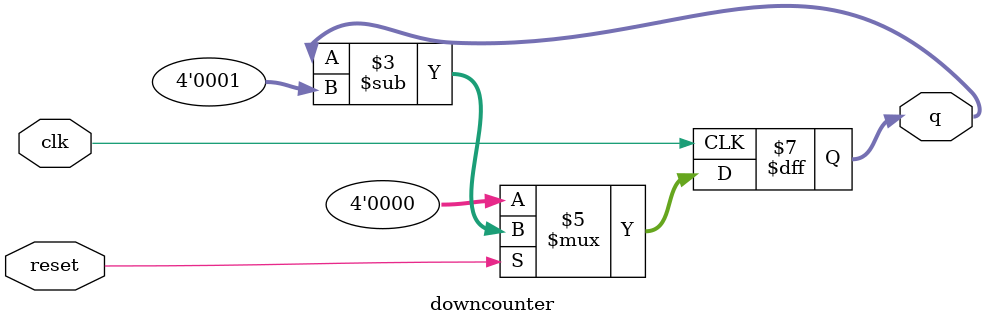
<source format=v>
module downcounter(clk,reset,q);

output reg [3:0] q;
input clk,reset;

always @(posedge clk)
begin
	if (reset == 0)
		begin
		   q = 4'b0000;
		end
	else
		begin
		   q = q - 4'b0001;
		end
end
endmodule

</source>
